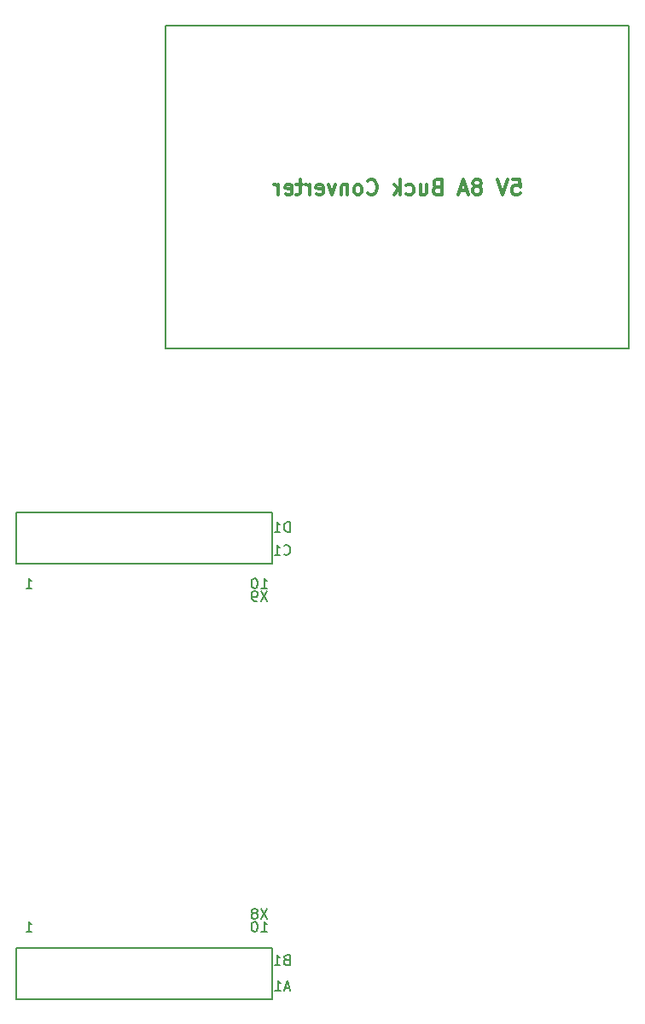
<source format=gbr>
G04 #@! TF.GenerationSoftware,KiCad,Pcbnew,(5.0.0)*
G04 #@! TF.CreationDate,2019-03-04T20:58:40-06:00*
G04 #@! TF.ProjectId,LightingBoard_Hardware,4C69676874696E67426F6172645F4861,rev?*
G04 #@! TF.SameCoordinates,Original*
G04 #@! TF.FileFunction,Legend,Bot*
G04 #@! TF.FilePolarity,Positive*
%FSLAX46Y46*%
G04 Gerber Fmt 4.6, Leading zero omitted, Abs format (unit mm)*
G04 Created by KiCad (PCBNEW (5.0.0)) date 03/04/19 20:58:40*
%MOMM*%
%LPD*%
G01*
G04 APERTURE LIST*
%ADD10C,0.300000*%
%ADD11C,0.200000*%
%ADD12C,0.150000*%
G04 APERTURE END LIST*
D10*
X150739642Y-42358571D02*
X151453928Y-42358571D01*
X151525357Y-43072857D01*
X151453928Y-43001428D01*
X151311071Y-42930000D01*
X150953928Y-42930000D01*
X150811071Y-43001428D01*
X150739642Y-43072857D01*
X150668214Y-43215714D01*
X150668214Y-43572857D01*
X150739642Y-43715714D01*
X150811071Y-43787142D01*
X150953928Y-43858571D01*
X151311071Y-43858571D01*
X151453928Y-43787142D01*
X151525357Y-43715714D01*
X150239642Y-42358571D02*
X149739642Y-43858571D01*
X149239642Y-42358571D01*
X147382500Y-43001428D02*
X147525357Y-42930000D01*
X147596785Y-42858571D01*
X147668214Y-42715714D01*
X147668214Y-42644285D01*
X147596785Y-42501428D01*
X147525357Y-42430000D01*
X147382500Y-42358571D01*
X147096785Y-42358571D01*
X146953928Y-42430000D01*
X146882500Y-42501428D01*
X146811071Y-42644285D01*
X146811071Y-42715714D01*
X146882500Y-42858571D01*
X146953928Y-42930000D01*
X147096785Y-43001428D01*
X147382500Y-43001428D01*
X147525357Y-43072857D01*
X147596785Y-43144285D01*
X147668214Y-43287142D01*
X147668214Y-43572857D01*
X147596785Y-43715714D01*
X147525357Y-43787142D01*
X147382500Y-43858571D01*
X147096785Y-43858571D01*
X146953928Y-43787142D01*
X146882500Y-43715714D01*
X146811071Y-43572857D01*
X146811071Y-43287142D01*
X146882500Y-43144285D01*
X146953928Y-43072857D01*
X147096785Y-43001428D01*
X146239642Y-43430000D02*
X145525357Y-43430000D01*
X146382500Y-43858571D02*
X145882500Y-42358571D01*
X145382500Y-43858571D01*
X143239642Y-43072857D02*
X143025357Y-43144285D01*
X142953928Y-43215714D01*
X142882500Y-43358571D01*
X142882500Y-43572857D01*
X142953928Y-43715714D01*
X143025357Y-43787142D01*
X143168214Y-43858571D01*
X143739642Y-43858571D01*
X143739642Y-42358571D01*
X143239642Y-42358571D01*
X143096785Y-42430000D01*
X143025357Y-42501428D01*
X142953928Y-42644285D01*
X142953928Y-42787142D01*
X143025357Y-42930000D01*
X143096785Y-43001428D01*
X143239642Y-43072857D01*
X143739642Y-43072857D01*
X141596785Y-42858571D02*
X141596785Y-43858571D01*
X142239642Y-42858571D02*
X142239642Y-43644285D01*
X142168214Y-43787142D01*
X142025357Y-43858571D01*
X141811071Y-43858571D01*
X141668214Y-43787142D01*
X141596785Y-43715714D01*
X140239642Y-43787142D02*
X140382500Y-43858571D01*
X140668214Y-43858571D01*
X140811071Y-43787142D01*
X140882500Y-43715714D01*
X140953928Y-43572857D01*
X140953928Y-43144285D01*
X140882500Y-43001428D01*
X140811071Y-42930000D01*
X140668214Y-42858571D01*
X140382500Y-42858571D01*
X140239642Y-42930000D01*
X139596785Y-43858571D02*
X139596785Y-42358571D01*
X139453928Y-43287142D02*
X139025357Y-43858571D01*
X139025357Y-42858571D02*
X139596785Y-43430000D01*
X136382500Y-43715714D02*
X136453928Y-43787142D01*
X136668214Y-43858571D01*
X136811071Y-43858571D01*
X137025357Y-43787142D01*
X137168214Y-43644285D01*
X137239642Y-43501428D01*
X137311071Y-43215714D01*
X137311071Y-43001428D01*
X137239642Y-42715714D01*
X137168214Y-42572857D01*
X137025357Y-42430000D01*
X136811071Y-42358571D01*
X136668214Y-42358571D01*
X136453928Y-42430000D01*
X136382500Y-42501428D01*
X135525357Y-43858571D02*
X135668214Y-43787142D01*
X135739642Y-43715714D01*
X135811071Y-43572857D01*
X135811071Y-43144285D01*
X135739642Y-43001428D01*
X135668214Y-42930000D01*
X135525357Y-42858571D01*
X135311071Y-42858571D01*
X135168214Y-42930000D01*
X135096785Y-43001428D01*
X135025357Y-43144285D01*
X135025357Y-43572857D01*
X135096785Y-43715714D01*
X135168214Y-43787142D01*
X135311071Y-43858571D01*
X135525357Y-43858571D01*
X134382500Y-42858571D02*
X134382500Y-43858571D01*
X134382500Y-43001428D02*
X134311071Y-42930000D01*
X134168214Y-42858571D01*
X133953928Y-42858571D01*
X133811071Y-42930000D01*
X133739642Y-43072857D01*
X133739642Y-43858571D01*
X133168214Y-42858571D02*
X132811071Y-43858571D01*
X132453928Y-42858571D01*
X131311071Y-43787142D02*
X131453928Y-43858571D01*
X131739642Y-43858571D01*
X131882500Y-43787142D01*
X131953928Y-43644285D01*
X131953928Y-43072857D01*
X131882500Y-42930000D01*
X131739642Y-42858571D01*
X131453928Y-42858571D01*
X131311071Y-42930000D01*
X131239642Y-43072857D01*
X131239642Y-43215714D01*
X131953928Y-43358571D01*
X130596785Y-43858571D02*
X130596785Y-42858571D01*
X130596785Y-43144285D02*
X130525357Y-43001428D01*
X130453928Y-42930000D01*
X130311071Y-42858571D01*
X130168214Y-42858571D01*
X129882500Y-42858571D02*
X129311071Y-42858571D01*
X129668214Y-42358571D02*
X129668214Y-43644285D01*
X129596785Y-43787142D01*
X129453928Y-43858571D01*
X129311071Y-43858571D01*
X128239642Y-43787142D02*
X128382500Y-43858571D01*
X128668214Y-43858571D01*
X128811071Y-43787142D01*
X128882500Y-43644285D01*
X128882500Y-43072857D01*
X128811071Y-42930000D01*
X128668214Y-42858571D01*
X128382500Y-42858571D01*
X128239642Y-42930000D01*
X128168214Y-43072857D01*
X128168214Y-43215714D01*
X128882500Y-43358571D01*
X127525357Y-43858571D02*
X127525357Y-42858571D01*
X127525357Y-43144285D02*
X127453928Y-43001428D01*
X127382500Y-42930000D01*
X127239642Y-42858571D01*
X127096785Y-42858571D01*
D11*
X162332000Y-27078940D02*
X162332000Y-59082940D01*
X116332000Y-59082940D02*
X162332000Y-59082940D01*
X116332000Y-27078940D02*
X116332000Y-59078940D01*
X116332000Y-27078940D02*
X162332000Y-27078940D01*
D12*
G04 #@! TO.C,U3*
X101498001Y-80390001D02*
X126898001Y-80390001D01*
X101498001Y-75310001D02*
X101498001Y-80390001D01*
X126898001Y-75310001D02*
X101498001Y-75310001D01*
X126898001Y-80390001D02*
X126898001Y-75310001D01*
X101498001Y-123570001D02*
X126898001Y-123570001D01*
X101498001Y-118490001D02*
X101498001Y-123570001D01*
X126898001Y-118490001D02*
X101498001Y-118490001D01*
X126898001Y-123570001D02*
X126898001Y-118490001D01*
X128628286Y-122466667D02*
X128152096Y-122466667D01*
X128723524Y-122752381D02*
X128390191Y-121752381D01*
X128056858Y-122752381D01*
X127199715Y-122752381D02*
X127771143Y-122752381D01*
X127485429Y-122752381D02*
X127485429Y-121752381D01*
X127580667Y-121895239D01*
X127675905Y-121990477D01*
X127771143Y-122038096D01*
X128318762Y-119688572D02*
X128175905Y-119736191D01*
X128128286Y-119783810D01*
X128080667Y-119879048D01*
X128080667Y-120021905D01*
X128128286Y-120117143D01*
X128175905Y-120164762D01*
X128271143Y-120212381D01*
X128652096Y-120212381D01*
X128652096Y-119212381D01*
X128318762Y-119212381D01*
X128223524Y-119260001D01*
X128175905Y-119307620D01*
X128128286Y-119402858D01*
X128128286Y-119498096D01*
X128175905Y-119593334D01*
X128223524Y-119640953D01*
X128318762Y-119688572D01*
X128652096Y-119688572D01*
X127128286Y-120212381D02*
X127699715Y-120212381D01*
X127414001Y-120212381D02*
X127414001Y-119212381D01*
X127509239Y-119355239D01*
X127604477Y-119450477D01*
X127699715Y-119498096D01*
X128652096Y-77286381D02*
X128652096Y-76286381D01*
X128414001Y-76286381D01*
X128271143Y-76334001D01*
X128175905Y-76429239D01*
X128128286Y-76524477D01*
X128080667Y-76714953D01*
X128080667Y-76857810D01*
X128128286Y-77048286D01*
X128175905Y-77143524D01*
X128271143Y-77238762D01*
X128414001Y-77286381D01*
X128652096Y-77286381D01*
X127128286Y-77286381D02*
X127699715Y-77286381D01*
X127414001Y-77286381D02*
X127414001Y-76286381D01*
X127509239Y-76429239D01*
X127604477Y-76524477D01*
X127699715Y-76572096D01*
X128080667Y-79477143D02*
X128128286Y-79524762D01*
X128271143Y-79572381D01*
X128366381Y-79572381D01*
X128509239Y-79524762D01*
X128604477Y-79429524D01*
X128652096Y-79334286D01*
X128699715Y-79143810D01*
X128699715Y-79000953D01*
X128652096Y-78810477D01*
X128604477Y-78715239D01*
X128509239Y-78620001D01*
X128366381Y-78572381D01*
X128271143Y-78572381D01*
X128128286Y-78620001D01*
X128080667Y-78667620D01*
X127128286Y-79572381D02*
X127699715Y-79572381D01*
X127414001Y-79572381D02*
X127414001Y-78572381D01*
X127509239Y-78715239D01*
X127604477Y-78810477D01*
X127699715Y-78858096D01*
X126437524Y-114640381D02*
X125770858Y-115640381D01*
X125770858Y-114640381D02*
X126437524Y-115640381D01*
X125247048Y-115068953D02*
X125342286Y-115021334D01*
X125389905Y-114973715D01*
X125437524Y-114878477D01*
X125437524Y-114830858D01*
X125389905Y-114735620D01*
X125342286Y-114688001D01*
X125247048Y-114640381D01*
X125056572Y-114640381D01*
X124961334Y-114688001D01*
X124913715Y-114735620D01*
X124866096Y-114830858D01*
X124866096Y-114878477D01*
X124913715Y-114973715D01*
X124961334Y-115021334D01*
X125056572Y-115068953D01*
X125247048Y-115068953D01*
X125342286Y-115116572D01*
X125389905Y-115164191D01*
X125437524Y-115259429D01*
X125437524Y-115449905D01*
X125389905Y-115545143D01*
X125342286Y-115592762D01*
X125247048Y-115640381D01*
X125056572Y-115640381D01*
X124961334Y-115592762D01*
X124913715Y-115545143D01*
X124866096Y-115449905D01*
X124866096Y-115259429D01*
X124913715Y-115164191D01*
X124961334Y-115116572D01*
X125056572Y-115068953D01*
X126437524Y-83144381D02*
X125770858Y-84144381D01*
X125770858Y-83144381D02*
X126437524Y-84144381D01*
X125342286Y-84144381D02*
X125151810Y-84144381D01*
X125056572Y-84096762D01*
X125008953Y-84049143D01*
X124913715Y-83906286D01*
X124866096Y-83715810D01*
X124866096Y-83334858D01*
X124913715Y-83239620D01*
X124961334Y-83192001D01*
X125056572Y-83144381D01*
X125247048Y-83144381D01*
X125342286Y-83192001D01*
X125389905Y-83239620D01*
X125437524Y-83334858D01*
X125437524Y-83572953D01*
X125389905Y-83668191D01*
X125342286Y-83715810D01*
X125247048Y-83763429D01*
X125056572Y-83763429D01*
X124961334Y-83715810D01*
X124913715Y-83668191D01*
X124866096Y-83572953D01*
X125818477Y-116910381D02*
X126389905Y-116910381D01*
X126104191Y-116910381D02*
X126104191Y-115910381D01*
X126199429Y-116053239D01*
X126294667Y-116148477D01*
X126389905Y-116196096D01*
X125199429Y-115910381D02*
X125104191Y-115910381D01*
X125008953Y-115958001D01*
X124961334Y-116005620D01*
X124913715Y-116100858D01*
X124866096Y-116291334D01*
X124866096Y-116529429D01*
X124913715Y-116719905D01*
X124961334Y-116815143D01*
X125008953Y-116862762D01*
X125104191Y-116910381D01*
X125199429Y-116910381D01*
X125294667Y-116862762D01*
X125342286Y-116815143D01*
X125389905Y-116719905D01*
X125437524Y-116529429D01*
X125437524Y-116291334D01*
X125389905Y-116100858D01*
X125342286Y-116005620D01*
X125294667Y-115958001D01*
X125199429Y-115910381D01*
X102482286Y-116910381D02*
X103053715Y-116910381D01*
X102768001Y-116910381D02*
X102768001Y-115910381D01*
X102863239Y-116053239D01*
X102958477Y-116148477D01*
X103053715Y-116196096D01*
X125818477Y-82874381D02*
X126389905Y-82874381D01*
X126104191Y-82874381D02*
X126104191Y-81874381D01*
X126199429Y-82017239D01*
X126294667Y-82112477D01*
X126389905Y-82160096D01*
X125199429Y-81874381D02*
X125104191Y-81874381D01*
X125008953Y-81922001D01*
X124961334Y-81969620D01*
X124913715Y-82064858D01*
X124866096Y-82255334D01*
X124866096Y-82493429D01*
X124913715Y-82683905D01*
X124961334Y-82779143D01*
X125008953Y-82826762D01*
X125104191Y-82874381D01*
X125199429Y-82874381D01*
X125294667Y-82826762D01*
X125342286Y-82779143D01*
X125389905Y-82683905D01*
X125437524Y-82493429D01*
X125437524Y-82255334D01*
X125389905Y-82064858D01*
X125342286Y-81969620D01*
X125294667Y-81922001D01*
X125199429Y-81874381D01*
X102482286Y-82874381D02*
X103053715Y-82874381D01*
X102768001Y-82874381D02*
X102768001Y-81874381D01*
X102863239Y-82017239D01*
X102958477Y-82112477D01*
X103053715Y-82160096D01*
G04 #@! TD*
M02*

</source>
